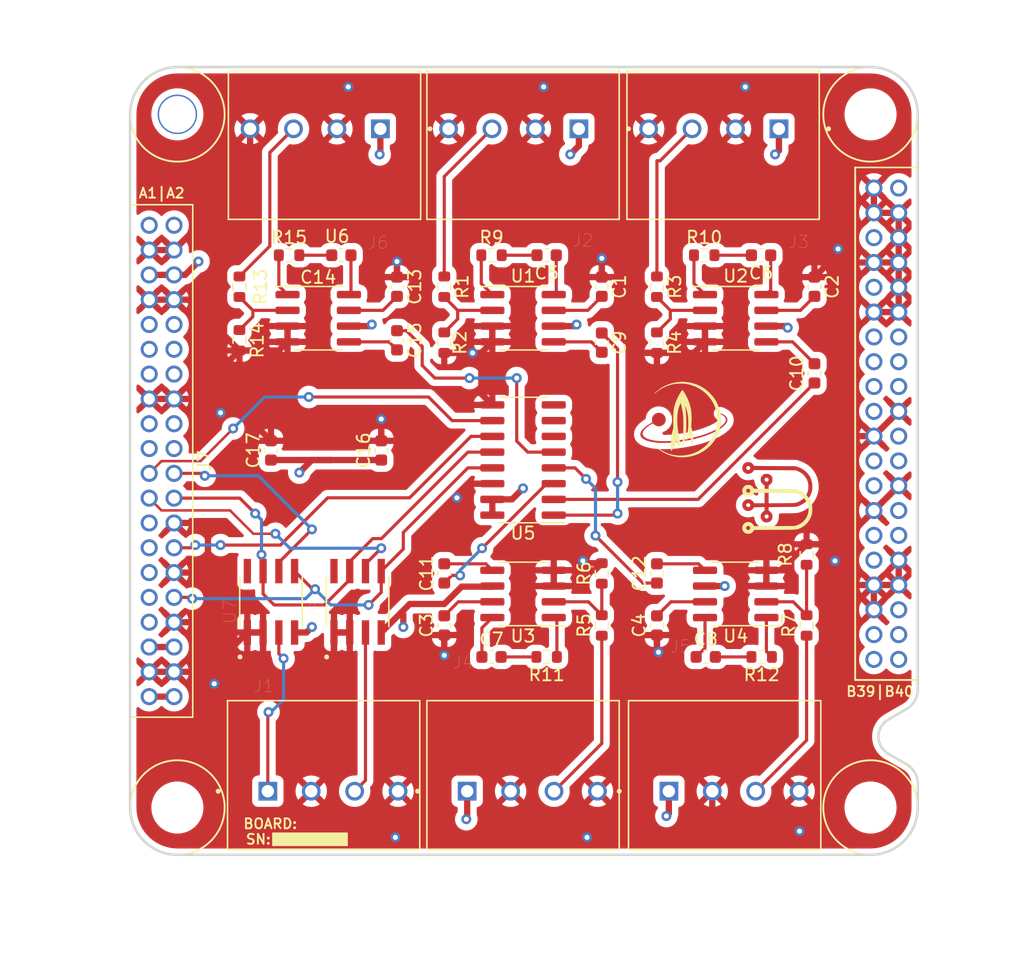
<source format=kicad_pcb>
(kicad_pcb (version 20211014) (generator pcbnew)
  (layers (0 "F.Cu" signal) (1 "In1.Cu" signal) (2 "In2.Cu" signal) (31 "B.Cu" signal) (34 "B.Paste" user) (35 "F.Paste" user) (36 "B.SilkS" user "B.Silkscreen") (37 "F.SilkS" user "F.Silkscreen") (38 "B.Mask" user) (39 "F.Mask" user) (44 "Edge.Cuts" user))
  (net 0 "")
  (net 1 "GND")
  (net 2 "/MAX6675ISA+/T+")
  (net 3 "+5V")
  (net 4 "SPI0_SCK")
  (net 5 "CS2")
  (net 6 "SPI0_MISO")
  (net 8 "/sheet6059AC1E/T+")
  (net 9 "CS3")
  (net 11 "aData0")
  (net 12 "aData1")
  (net 13 "aData2")
  (net 14 "aData3")
  (net 15 "aData4")
  (net 16 "/CAS_bus/SPI0_nSS5")
  (net 17 "+BATT")
  (net 18 "/CAS_bus/INT6")
  (net 19 "/CAS_bus/I2C1_SDA")
  (net 20 "+3V3")
  (net 21 "/CAS_bus/SPI0_nSS6")
  (net 22 "/CAS_bus/INT8")
  (net 23 "/CAS_bus/SPI0_nSS4")
  (net 24 "/CAS_bus/INT4")
  (net 25 "/CAS_bus/I2C0_SDA")
  (net 26 "/CAS_bus/SPI0_nSS8")
  (net 27 "/CAS_bus/SPI0_nSS7")
  (net 28 "CS1")
  (net 29 "SPI0_MOSI")
  (net 30 "/CAS_bus/INT1")
  (net 31 "/CAS_bus/I2C0_SCL")
  (net 32 "/CAS_bus/INT3")
  (net 33 "/CAS_bus/INT7")
  (net 34 "/CAS_bus/INT5")
  (net 35 "/CAS_bus/INT2")
  (net 36 "/CAS_bus/I2C1_SCL")
  (net 37 "/CAS_bus/SPIHS_nSS2")
  (net 38 "/CAS_bus/SPIHS_SCK")
  (net 40 "/CAS_bus/LVDS0N")
  (net 41 "/CAS_bus/LVDS2N")
  (net 43 "/CAS_bus/LVDS0P")
  (net 46 "/CAS_bus/SPIHS_nSS1")
  (net 48 "/CAS_bus/nRESET")
  (net 49 "/CAS_bus/LVDS2P")
  (net 50 "/CAS_bus/LVDS1N")
  (net 51 "/CAS_bus/LVDS3N")
  (net 52 "/CAS_bus/LVDSCLK1P")
  (net 53 "/CAS_bus/SPIHS_MISO")
  (net 54 "/CAS_bus/LVDS1P")
  (net 55 "/CAS_bus/LVDSCLK0N")
  (net 56 "/CAS_bus/LVDSCLK1N")
  (net 57 "/CAS_bus/SPIHS_MOSI")
  (net 58 "/CAS_bus/LVDSCLK0P")
  (net 59 "/CAS_bus/LVDS3P")
  (net 60 "Net-(R15-Pad1)")
  (net 61 "Net-(C14-Pad2)")
  (net 62 "Net-(R13-Pad2)")
  (net 63 "Net-(R3-Pad2)")
  (net 64 "Net-(R12-Pad1)")
  (net 65 "Net-(C8-Pad2)")
  (net 66 "Net-(R11-Pad1)")
  (net 67 "Net-(C7-Pad2)")
  (net 68 "Net-(R10-Pad1)")
  (net 69 "Net-(C6-Pad2)")
  (net 70 "Net-(R9-Pad1)")
  (net 71 "Net-(C5-Pad2)")
  (net 72 "Net-(R7-Pad2)")
  (net 73 "Net-(R5-Pad2)")
  (net 74 "Net-(R1-Pad2)")
  (net 75 "Net-(C10-Pad2)")
  (net 76 "Net-(C2-Pad2)")
  (net 77 "Net-(C6-Pad1)")
  (net 78 "Net-(C11-Pad2)")
  (net 79 "Net-(C3-Pad2)")
  (net 80 "Net-(C7-Pad1)")
  (net 81 "Net-(C12-Pad2)")
  (net 82 "Net-(C4-Pad2)")
  (net 83 "Net-(C8-Pad1)")
  (net 84 "Net-(C9-Pad2)")
  (net 85 "Net-(C1-Pad2)")
  (net 86 "Net-(C5-Pad1)")
  (net 87 "Net-(C15-Pad2)")
  (net 88 "Net-(C13-Pad2)")
  (net 89 "Net-(C14-Pad1)")
  (net 90 "Data0")
  (net 91 "Data1")
  (net 92 "Data2")
  (net 93 "Data3")
  (net 94 "Data4")
  (footprint "Resistor_SMD:R_0603_1608Metric" (layer "F.Cu") (at 157.48 54.61 -90)
    (fp_text reference "R13")
    (fp_text value "5k")
  )
  (footprint "Capacitor_SMD:C_0603_1608Metric" (layer "F.Cu") (at 199.53 52.07 180)
    (fp_text reference "C6")
    (fp_text value "10u")
  )
  (footprint "Capacitor_SMD:C_0603_1608Metric" (layer "F.Cu") (at 173.99 81.915 90)
    (fp_text reference "C3")
    (fp_text value "10u")
  )
  (footprint "Capacitor_SMD:C_0603_1608Metric" (layer "F.Cu") (at 182.245 52.07 180)
    (fp_text reference "C5")
    (fp_text value "10u")
  )
  (footprint "Resistor_SMD:R_0603_1608Metric" (layer "F.Cu") (at 186.69 77.724 90)
    (fp_text reference "R6")
    (fp_text value "5k")
  )
  (footprint "Capacitor_SMD:C_0603_1608Metric" (layer "F.Cu") (at 177.8 84.455)
    (fp_text reference "C7")
    (fp_text value "10u")
  )
  (footprint "Resistor_SMD:R_0603_1608Metric" (layer "F.Cu") (at 161.48 52.07)
    (fp_text reference "R15")
    (fp_text value "1.2k")
  )
  (footprint "Resistor_SMD:R_0603_1608Metric" (layer "F.Cu") (at 191.135 54.61 -90)
    (fp_text reference "R3")
    (fp_text value "5k")
  )
  (footprint "Resistor_SMD:R_0603_1608Metric" (layer "F.Cu") (at 191.135 59.119 -90)
    (fp_text reference "R4")
    (fp_text value "5k")
  )
  (footprint "Package_SO:SOIC-8_3.9x4.9mm_P1.27mm" (layer "F.Cu") (at 163.83 57.15)
    (fp_text reference "U6")
    (fp_text value "LM386")
  )
  (footprint "star-common-lib:SOIC127P600X175-8N" (layer "F.Cu") (at 167.005 80.01 90)
    (fp_text reference "U8")
    (fp_text value "MAX6675ISA+")
  )
  (footprint "Resistor_SMD:R_0603_1608Metric" (layer "F.Cu") (at 203.2 76.2 90)
    (fp_text reference "R8")
    (fp_text value "5k")
  )
  (footprint "Resistor_SMD:R_0603_1608Metric" (layer "F.Cu") (at 177.8 52.07)
    (fp_text reference "R9")
    (fp_text value "1.2k")
  )
  (footprint "Package_SO:SOIC-8_3.9x4.9mm_P1.27mm" (layer "F.Cu") (at 180.34 57.15)
    (fp_text reference "U1")
    (fp_text value "LM386")
  )
  (footprint "star-common-lib:PHOENIX_1984989" (layer "F.Cu") (at 164.338 43.18 180)
    (fp_text reference "J6")
    (fp_text value "1984989")
  )
  (footprint "Resistor_SMD:R_0603_1608Metric" (layer "F.Cu") (at 173.99 59.119 -90)
    (fp_text reference "R2")
    (fp_text value "5k")
  )
  (footprint "Capacitor_SMD:C_0603_1608Metric" (layer "F.Cu") (at 191.135 77.724 90)
    (fp_text reference "C12")
    (fp_text value "250u")
  )
  (footprint "star-common-lib:PHOENIX_1984989" (layer "F.Cu") (at 164.266 93.98)
    (fp_text reference "J1")
    (fp_text value "1984989")
  )
  (footprint "Capacitor_SMD:C_0603_1608Metric" (layer "F.Cu") (at 203.835 61.595 90)
    (fp_text reference "C10")
    (fp_text value "250u")
  )
  (footprint "Capacitor_SMD:C_0603_1608Metric" (layer "F.Cu") (at 170.18 54.61 -90)
    (fp_text reference "C13")
    (fp_text value "10u")
  )
  (footprint "star-common-lib:PHOENIX_1984989" (layer "F.Cu") (at 180.34 43.18 180)
    (fp_text reference "J2")
    (fp_text value "1984989")
  )
  (footprint "Capacitor_SMD:C_0603_1608Metric" (layer "F.Cu") (at 170.18 58.928 -90)
    (fp_text reference "C15")
    (fp_text value "250u")
  )
  (footprint "Resistor_SMD:R_0603_1608Metric" (layer "F.Cu") (at 157.48 58.928 -90)
    (fp_text reference "R14")
    (fp_text value "5k")
  )
  (footprint "star-common-lib:PHOENIX_1984989" (layer "F.Cu") (at 196.469 43.18 180)
    (fp_text reference "J3")
    (fp_text value "1984989")
  )
  (footprint "Package_SO:SOIC-8_3.9x4.9mm_P1.27mm" (layer "F.Cu") (at 197.485 79.375 180)
    (fp_text reference "U4")
    (fp_text value "LM386")
  )
  (footprint "Capacitor_SMD:C_0603_1608Metric" (layer "F.Cu") (at 168.91 67.805 90)
    (fp_text reference "C16")
    (fp_text value "0.1u")
  )
  (footprint "star-common-lib:SOIC127P600X175-8N" (layer "F.Cu") (at 160.02 80.01 90)
    (fp_text reference "U7")
    (fp_text value "MAX6675ISA+")
  )
  (footprint "Capacitor_SMD:C_0603_1608Metric" (layer "F.Cu") (at 186.69 54.61 -90)
    (fp_text reference "C1")
    (fp_text value "10u")
  )
  (footprint "Capacitor_SMD:C_0603_1608Metric" (layer "F.Cu") (at 195.072 84.455)
    (fp_text reference "C8")
    (fp_text value "10u")
  )
  (footprint "star-common-lib:CAS_physical" (layer "F.Cu") (at 148.665 36.905)
    (fp_text reference "J7")
    (fp_text value "CAS_stacking")
    (fp_line (start 0 59.69) (end 0 3.81) (layer "Edge.Cuts") (width 0.2))
    (fp_line (start 3.81 0) (end 59.69 0) (layer "Edge.Cuts") (width 0.2))
    (fp_line (start 63.5 3.81) (end 63.5 50.165) (layer "Edge.Cuts") (width 0.2))
    (fp_line (start 63.5 57.785) (end 63.5 59.69) (layer "Edge.Cuts") (width 0.2))
    (fp_line (start 59.69 63.5) (end 3.81 63.5) (layer "Edge.Cuts") (width 0.2))
    (fp_line (start 61.11875 55.349816) (end 62.581693 56.194446) (layer "Edge.Cuts") (width 0.2))
    (fp_line (start 61.118751 52.600185) (end 62.581694 51.755555) (layer "Edge.Cuts") (width 0.2))
    (fp_arc (start 0 3.81) (mid 1.115923 1.115923) (end 3.81 0) (layer "Edge.Cuts") (width 0.2))
    (fp_arc (start 63.5 50.165) (mid 63.25394 51.083307) (end 62.581693 51.755554) (layer "Edge.Cuts") (width 0.2))
    (fp_arc (start 59.69 0) (mid 62.384077 1.115923) (end 63.5 3.81) (layer "Edge.Cuts") (width 0.2))
    (fp_arc (start 61.11875 55.349814) (mid 60.325001 53.974999) (end 61.118751 52.600185) (layer "Edge.Cuts") (width 0.2))
    (fp_arc (start 63.5 59.69) (mid 62.384077 62.384077) (end 59.69 63.5) (layer "Edge.Cuts") (width 0.2))
    (fp_arc (start 62.581694 56.194446) (mid 63.253941 56.866693) (end 63.5 57.785) (layer "Edge.Cuts") (width 0.2))
    (fp_arc (start 3.81 63.5) (mid 1.115923 62.384077) (end 0 59.69) (layer "Edge.Cuts") (width 0.2))
  )
  (footprint "Package_SO:SOIC-16_3.9x9.9mm_P1.27mm" (layer "F.Cu") (at 180.34 68.58 180)
    (fp_text reference "U5")
    (fp_text value "MCP3008")
  )
  (footprint "Resistor_SMD:R_0603_1608Metric" (layer "F.Cu") (at 194.945 52.07)
    (fp_text reference "R10")
    (fp_text value "1.2k")
  )
  (footprint "star-common-lib:star_fancy" (layer "F.Cu") (at 193.294 65.278)
    (fp_text reference "Ref**" hide)
    (fp_text value "Val**" hide)
  )
  (footprint "Capacitor_SMD:C_0603_1608Metric" (layer "F.Cu") (at 203.835 54.61 -90)
    (fp_text reference "C2")
    (fp_text value "10u")
  )
  (footprint "Capacitor_SMD:C_0603_1608Metric" (layer "F.Cu") (at 165.69326 52.07 180)
    (fp_text reference "C14")
    (fp_text value "10u")
  )
  (footprint "Capacitor_SMD:C_0603_1608Metric" (layer "F.Cu") (at 186.69 59.119 -90)
    (fp_text reference "C9")
    (fp_text value "250u")
  )
  (footprint "Capacitor_SMD:C_0603_1608Metric" (layer "F.Cu") (at 160.02 67.805 90)
    (fp_text reference "C17")
    (fp_text value "0.1u")
  )
  (footprint "Package_SO:SOIC-8_3.9x4.9mm_P1.27mm" (layer "F.Cu") (at 197.485 57.15)
    (fp_text reference "U2")
    (fp_text value "LM386")
  )
  (footprint "Resistor_SMD:R_0603_1608Metric" (layer "F.Cu") (at 199.58 84.455 180)
    (fp_text reference "R12")
    (fp_text value "1.2k")
  )
  (footprint "Resistor_SMD:R_0603_1608Metric" (layer "F.Cu") (at 203.2 81.915 90)
    (fp_text reference "R7")
    (fp_text value "5k")
  )
  (footprint "Capacitor_SMD:C_0603_1608Metric" (layer "F.Cu") (at 173.99 77.724 90)
    (fp_text reference "C11")
    (fp_text value "250u")
  )
  (footprint "Package_SO:SOIC-8_3.9x4.9mm_P1.27mm" (layer "F.Cu") (at 180.34 79.375 180)
    (fp_text reference "U3")
    (fp_text value "LM386")
  )
  (footprint "star-common-lib:PHOENIX_1984989" (layer "F.Cu") (at 180.34 93.98)
    (fp_text reference "J4")
    (fp_text value "1984989")
  )
  (footprint "star-common-lib:PHOENIX_1984989" (layer "F.Cu") (at 196.596 93.98)
    (fp_text reference "J5")
    (fp_text value "1984989")
  )
  (footprint "Capacitor_SMD:C_0603_1608Metric" (layer "F.Cu") (at 191.135 81.915 90)
    (fp_text reference "C4")
    (fp_text value "10u")
  )
  (footprint "Resistor_SMD:R_0603_1608Metric" (layer "F.Cu") (at 173.99 54.61 -90)
    (fp_text reference "R1")
    (fp_text value "5k")
  )
  (footprint "star-common-lib:bac" (layer "F.Cu") (at 200.914 71.628)
    (fp_text reference "Ref**" hide)
    (fp_text value "Val**" hide)
  )
  (footprint "Resistor_SMD:R_0603_1608Metric" (layer "F.Cu") (at 182.245 84.455 180)
    (fp_text reference "R11")
    (fp_text value "1.2k")
  )
  (footprint "Resistor_SMD:R_0603_1608Metric" (layer "F.Cu") (at 186.69 81.915 90)
    (fp_text reference "R5")
    (fp_text value "5k")
  )
  (segment (start 210.625 52.6551) (end 208.625 52.6551) (width 0.508) (layer "F.Cu") (net 1))
  (segment (start 196.631 97.75) (end 200.126 97.75) (width 0.508) (layer "F.Cu") (net 1))
  (segment (start 203.2 75.375) (end 205.905 75.375) (width 0.508) (layer "F.Cu") (net 1))
  (segment (start 201.881 97.75) (end 202.631 98.5) (width 0.508) (layer "F.Cu") (net 1))
  (segment (start 206.5791 52.4011) (end 205.74 51.562) (width 0.508) (layer "F.Cu") (net 1))
  (segment (start 174.34 41.88) (end 176.47 39.75) (width 0.508) (layer "F.Cu") (net 1))
  (segment (start 200.126 97.75) (end 201.881 97.75) (width 0.508) (layer "F.Cu") (net 1))
  (segment (start 176.976 60.768) (end 176.976 63.246) (width 0.508) (layer "F.Cu") (net 1))
  (segment (start 152.205 63.655) (end 153.578 63.655) (width 0.508) (layer "F.Cu") (net 1))
  (segment (start 176.149 70.485) (end 175.006 71.628) (width 0.508) (layer "F.Cu") (net 1))
  (segment (start 170.18 53.835) (end 170.18 52.578) (width 0.508) (layer "F.Cu") (net 1))
  (segment (start 154.559 81.407) (end 154.3111 81.6549) (width 0.508) (layer "F.Cu") (net 1))
  (segment (start 205.486 76.708) (end 205.486 77.978) (width 0.508) (layer "F.Cu") (net 1))
  (segment (start 155.86 82.708) (end 155.86 84.74) (width 0.508) (layer "F.Cu") (net 1))
  (segment (start 177.865 57.785) (end 177.865 59.055) (width 0.508) (layer "F.Cu") (net 1))
  (segment (start 210.625 56.655) (end 208.625 56.655) (width 0.508) (layer "F.Cu") (net 1))
  (segment (start 208.625 72.655) (end 207.485689 73.794311) (width 0.508) (layer "F.Cu") (net 1))
  (segment (start 168.91 67.03) (end 168.91 65.278) (width 0.508) (layer "F.Cu") (net 1))
  (segment (start 205.486 77.978) (end 206.163 78.655) (width 0.508) (layer "F.Cu") (net 1))
  (segment (start 163.266 95.28) (end 165.986 98) (width 0.508) (layer "F.Cu") (net 1))
  (segment (start 210.625 48.6551) (end 208.625 48.6551) (width 0.508) (layer "F.Cu") (net 1))
  (segment (start 205.905 75.375) (end 206.553 74.727) (width 0.508) (layer "F.Cu") (net 1))
  (segment (start 183.37 98.25) (end 184.31 97.31) (width 0.508) (layer "F.Cu") (net 1))
  (segment (start 157.48 59.753) (end 160.657 59.753) (width 0.508) (layer "F.Cu") (net 1))
  (segment (start 158.338 41.88) (end 158.338 45.522) (width 0.508) (layer "F.Cu") (net 1))
  (segment (start 204.724 69.342) (end 204.724 72.898) (width 0.508) (layer "F.Cu") (net 1))
  (segment (start 200.126 97.75) (end 202.596 95.28) (width 0.508) (layer "F.Cu") (net 1))
  (segment (start 192.599 39.75) (end 195.339 39.75) (width 0.508) (layer "F.Cu") (net 1))
  (segment (start 182.31 98.25) (end 183.37 98.25) (width 0.508) (layer "F.Cu") (net 1))
  (segment (start 182.815 77.47) (end 182.815 78.74) (width 0.508) (layer "F.Cu") (net 1))
  (segment (start 150.205 85.6549) (end 152.205 85.6549) (width 0.508) (layer "F.Cu") (net 1))
  (segment (start 164.873 39.75) (end 166.123 38.5) (width 0.508) (layer "F.Cu") (net 1))
  (segment (start 160.468 39.75) (end 163.208 39.75) (width 0.508) (layer "F.Cu") (net 1))
  (segment (start 205.905 75.375) (end 205.905 76.289) (width 0.508) (layer "F.Cu") (net 1))
  (segment (start 160.657 59.753) (end 161.355 59.055) (width 0.508) (layer "F.Cu") (net 1))
  (segment (start 152.205 85.6549) (end 154.9451 85.6549) (width 0.508) (layer "F.Cu") (net 1))
  (segment (start 159.385 85.471) (end 159.766 85.852) (width 0.508) (layer "F.Cu") (net 1))
  (segment (start 186.69 53.835) (end 186.69 52.324) (width 0.508) (layer "F.Cu") (net 1))
  (segment (start 156.645 63.655) (end 156.645 64.081) (width 0.508) (layer "F.Cu") (net 1))
  (segment (start 164.846 85.852) (end 165.1 85.598) (width 0.508) (layer "F.Cu") (net 1))
  (segment (start 208.625 46.6551) (end 208.625 48.6551) (width 0.508) (layer "F.Cu") (net 1))
  (segment (start 177.865 70.485) (end 176.149 70.485) (width 0.508) (layer "F.Cu") (net 1))
  (segment (start 153.382 55.655) (end 157.48 59.753) (width 0.508) (layer "F.Cu") (net 1))
  (segment (start 206.5791 52.6551) (end 206.5791 52.4011) (width 0.508) (layer "F.Cu") (net 1))
  (segment (start 163.208 39.75) (end 164.873 39.75) (width 0.508) (layer "F.Cu") (net 1))
  (segment (start 150.205 55.655) (end 152.205 55.655) (width 0.508) (layer "F.Cu") (net 1))
  (segment (start 195.339 39.75) (end 197.469 41.88) (width 0.508) (layer "F.Cu") (net 1))
  (segment (start 206.163 78.655) (end 208.625 78.655) (width 0.508) (layer "F.Cu") (net 1))
  (segment (start 206.553 74.727) (end 207.485689 73.794311) (width 0.508) (layer "F.Cu") (net 1))
  (segment (start 153.919 73.655) (end 154.94 74.676) (width 0.508) (layer "F.Cu") (net 1))
  (segment (start 191.135 59.944) (end 194.121 59.944) (width 0.508) (layer "F.Cu") (net 1))
  (segment (start 154.94 81.026) (end 154.559 81.407) (width 0.508) (layer "F.Cu") (net 1))
  (segment (start 150.205 63.655) (end 152.205 63.655) (width 0.508) (layer "F.Cu") (net 1))
  (segment (start 210.625 76.655) (end 210.625 78.655) (width 0.508) (layer "F.Cu") (net 1))
  (segment (start 185.5 98.5) (end 185.5 99) (width 0.508) (layer "F.Cu") (net 1))
  (segment (start 158.338 41.88) (end 160.468 39.75) (width 0.508) (layer "F.Cu") (net 1))
  (segment (start 165.1 82.485) (end 166.37 82.485) (width 0.508) (layer "F.Cu") (net 1))
  (segment (start 154.94 74.676) (end 154.94 78.232) (width 0.508) (layer "F.Cu") (net 1))
  (segment (start 179.21 39.75) (end 181.34 41.88) (width 0.508) (layer "F.Cu") (net 1))
  (segment (start 179.21 39.75) (end 180.75 39.75) (width 0.508) (layer "F.Cu") (net 1))
  (segment (start 210.625 70.655) (end 208.625 72.655) (width 0.508) (layer "F.Cu") (net 1))
  (segment (start 154.9451 86.1111) (end 155.448 86.614) (width 0.508) (layer "F.Cu") (net 1))
  (segment (start 195.339 39.75) (end 197.004 39.75) (width 0.508) (layer "F.Cu") (net 1))
  (segment (start 207.411 66.655) (end 204.724 69.342) (width 0.508) (layer "F.Cu") (net 1))
  (segment (start 208.625 78.655) (end 210.625 78.655) (width 0.508) (layer "F.Cu") (net 1))
  (segment (start 154.8069 81.6549) (end 154.3111 81.6549) (width 0.508) (layer "F.Cu") (net 1))
  (segment (start 167.546 98) (end 170.266 95.28) (width 0.508) (layer "F.Cu") (net 1))
  (segment (start 186.119 77.47) (end 186.69 76.899) (width 0.508) (layer "F.Cu") (net 1))
  (segment (start 179.34 95.28) (end 182.31 98.25) (width 0.508) (layer "F.Cu") (net 1))
  (segment (start 206.5791 52.6551) (end 205.0149 52.6551) (width 0.508) (layer "F.Cu") (net 1))
  (segment (start 208.625 80.655) (end 208.625 78.655) (width 0.508) (layer "F.Cu") (net 1))
  (segment (start 153.578 63.655) (end 157.48 59.753) (width 0.508) (layer "F.Cu") (net 1))
  (segment (start 195.596 96.715) (end 196.631 97.75) (width 0.508) (layer "F.Cu") (net 1))
  (segment (start 184.912 77.47) (end 185.166 77.216) (width 0.508) (layer "F.Cu") (net 1))
  (segment (start 176.47 39.75) (end 179.21 39.75) (width 0.508) (layer "F.Cu") (net 1))
  (segment (start 152.205 55.655) (end 153.382 55.655) (width 0.508) (layer "F.Cu") (net 1))
  (segment (start 155.86 84.74) (end 158.115 82.485) (width 0.508) (layer "F.Cu") (net 1))
  (segment (start 159.766 85.852) (end 164.846 85.852) (width 0.508) (layer "F.Cu") (net 1))
  (segment (start 154.9451 85.6549) (end 154.9451 86.1111) (width 0.508) (layer "F.Cu") (net 1))
  (segment (start 155.86 82.708) (end 154.8069 81.6549) (width 0.508) (layer "F.Cu") (net 1))
  (segment (start 197.004 39.75) (end 198.254 38.5) (width 0.508) (layer "F.Cu") (net 1))
  (segment (start 154.3111 81.6549) (end 152.205 81.6549) (width 0.508) (layer "F.Cu") (net 1))
  (segment (start 194.121 59.944) (end 195.01 59.055) (width 0.508) (layer "F.Cu") (net 1))
  (segment (start 208.625 66.655) (end 210.625 64.655) (width 0.508) (layer "F.Cu") (net 1))
  (segment (start 152.205 73.655) (end 153.919 73.655) (width 0.508) (layer "F.Cu") (net 1))
  (segment (start 195.01 57.785) (end 195.01 59.055) (width 0.508) (layer "F.Cu") (net 1))
  (segment (start 176.976 59.944) (end 177.865 59.055) (width 0.508) (layer "F.Cu") (net 1))
  (segment (start 204.724 72.898) (end 206.553 74.727) (width 0.508) (layer "F.Cu") (net 1))
  (segment (start 188.976 59.182) (end 189.738 59.944) (width 0.508) (layer "F.Cu") (net 1))
  (segment (start 159.385 82.485) (end 159.385 85.471) (width 0.508) (layer "F.Cu") (net 1))
  (segment (start 150.205 51.655) (end 152.205 51.655) (width 0.508) (layer "F.Cu") (net 1))
  (segment (start 210.625 52.6551) (end 210.625 54.655) (width 0.508) (layer "F.Cu") (net 1))
  (segment (start 210.625 50.6551) (end 210.625 52.6551) (width 0.508) (layer "F.Cu") (net 1))
  (segment (start 184.31 97.31) (end 185.5 98.5) (width 0.508) (layer "F.Cu") (net 1))
  (segment (start 163.208 39.75) (end 165.338 41.88) (width 0.508) (layer "F.Cu") (net 1))
  (segment (start 176.976 59.944) (end 176.976 60.768) (width 0.508) (layer "F.Cu") (net 1))
  (segment (start 158.115 82.485) (end 159.385 82.485) (width 0.508) (layer "F.Cu") (net 1))
  (segment (start 208.625 52.6551) (end 206.5791 52.6551) (width 0.508) (layer "F.Cu") (net 1))
  (segment (start 208.625 66.655) (end 207.411 66.655) (width 0.508) (layer "F.Cu") (net 1))
  (segment (start 185.166 77.216) (end 185.166 76.708) (width 0.508) (layer "F.Cu") (net 1))
  (segment (start 191.135 82.69) (end 191.135 83.947) (width 0.508) (layer "F.Cu") (net 1))
  (segment (start 184.912 77.47) (end 186.119 77.47) (width 0.508) (layer "F.Cu") (net 1))
  (segment (start 191.135 83.947) (end 191.262 84.074) (width 0.508) (layer "F.Cu") (net 1))
  (segment (start 152.205 77.655) (end 154.363 77.655) (width 0.508) (layer "F.Cu") (net 1))
  (segment (start 186.69 53.835) (end 187.693 53.835) (width 0.508) (layer "F.Cu") (net 1))
  (segment (start 195.596 95.28) (end 195.596 96.715) (width 0.508) (layer "F.Cu") (net 1))
  (segment (start 167.546 98) (end 169.051 98) (width 0.508) (layer "F.Cu") (net 1))
  (segment (start 173.99 59.944) (end 176.976 59.944) (width 0.508) (layer "F.Cu") (net 1))
  (segment (start 165.986 98) (end 167.546 98) (width 0.508) (layer "F.Cu") (net 1))
  (segment (start 210.625 54.655) (end 210.625 56.655) (width 0.508) (layer "F.Cu") (net 1))
  (segment (start 156.645 64.081) (end 155.956 64.77) (width 0.508) (layer "F.Cu") (net 1))
  (segment (start 156.645 63.655) (end 160.02 67.03) (width 0.508) (layer "F.Cu") (net 1))
  (segment (start 199.96 78.74) (end 199.96 77.47) (width 0.508) (layer "F.Cu") (net 1))
  (segment (start 187.693 53.835) (end 188.976 55.118) (width 0.508) (layer "F.Cu") (net 1))
  (segment (start 154.9451 85.6549) (end 155.86 84.74) (width 0.508) (layer "F.Cu") (net 1))
  (segment (start 182.815 77.47) (end 184.912 77.47) (width 0.508) (layer "F.Cu") (net 1))
  (segment (start 205.0149 52.6551) (end 203.835 53.835) (width 0.508) (layer "F.Cu") (net 1))
  (segment (start 188.976 55.118) (end 188.976 59.182) (width 0.508) (layer "F.Cu") (net 1))
  (segment (start 201.105 77.47) (end 203.2 75.375) (width 0.508) (layer "F.Cu") (net 1))
  (segment (start 158.338 45.522) (end 152.205 51.655) (width 0.508) (layer "F.Cu") (net 1))
  (segment (start 199.96 77.47) (end 201.105 77.47) (width 0.508) (layer "F.Cu") (net 1))
  (segment (start 154.363 77.655) (end 154.94 78.232) (width 0.508) (layer "F.Cu") (net 1))
  (segment (start 153.578 63.655) (end 156.645 63.655) (width 0.508) (layer "F.Cu") (net 1))
  (segment (start 205.905 76.289) (end 205.486 76.708) (width 0.508) (layer "F.Cu") (net 1))
  (segment (start 165.1 85.598) (end 165.1 82.485) (width 0.508) (layer "F.Cu") (net 1))
  (segment (start 173.99 82.69) (end 173.99 84.328) (width 0.508) (layer "F.Cu") (net 1))
  (segment (start 169.051 98) (end 170.051 99) (width 0.508) (layer "F.Cu") (net 1))
  (segment (start 190.469 41.88) (end 192.599 39.75) (width 0.508) (layer "F.Cu") (net 1))
  (segment (start 210.625 48.6551) (end 210.625 50.6551) (width 0.508) (layer "F.Cu") (net 1))
  (segment (start 154.94 78.232) (end 154.94 81.026) (width 0.508) (layer "F.Cu") (net 1))
  (segment (start 161.355 57.785) (end 161.355 59.055) (width 0.508) (layer "F.Cu") (net 1))
  (segment (start 184.31 97.31) (end 186.34 95.28) (width 0.508) (layer "F.Cu") (net 1))
  (segment (start 180.75 39.75) (end 182 38.5) (width 0.508) (layer "F.Cu") (net 1))
  (segment (start 189.738 59.944) (end 191.135 59.944) (width 0.508) (layer "F.Cu") (net 1))
  (segment (start 176.976 63.246) (end 177.865 64.135) (width 0.508) (layer "F.Cu") (net 1))
  (via (at 168.91 65.278) (size 0.8) (drill 0.4) (layers "F.Cu" "B.Cu") (net 1))
  (via (at 166.25 38.5) (size 0.8) (drill 0.4) (layers "F.Cu" "B.Cu") (net 1))
  (via (at 185.166 76.708) (size 0.8) (drill 0.4) (layers "F.Cu" "B.Cu") (net 1))
  (via (at 182 38.5) (size 0.8) (drill 0.4) (layers "F.Cu" "B.Cu") (net 1))
  (via (at 185.5 99) (size 0.8) (drill 0.4) (layers "F.Cu" "B.Cu") (net 1))
  (via (at 198.254 38.5) (size 0.8) (drill 0.4) (layers "F.Cu" "B.Cu") (net 1))
  (via (at 155.448 86.614) (size 0.8) (drill 0.4) (layers "F.Cu" "B.Cu") (net 1))
  (via (at 176.276 59.944) (size 0.8) (drill 0.4) (layers "F.Cu" "B.Cu") (net 1))
  (via (at 202.631 98.5) (size 0.8) (drill 0.4) (layers "F.Cu" "B.Cu") (net 1))
  (via (at 191.262 84.074) (size 0.8) (drill 0.4) (layers "F.Cu" "B.Cu") (net 1))
  (via (at 173.99 84.328) (size 0.8) (drill 0.4) (layers "F.Cu" "B.Cu") (net 1))
  (via (at 170.18 52.578) (size 0.8) (drill 0.4) (layers "F.Cu" "B.Cu") (net 1))
  (via (at 170.051 99) (size 0.8) (drill 0.4) (layers "F.Cu" "B.Cu") (net 1))
  (via (at 205.486 76.708) (size 0.8) (drill 0.4) (layers "F.Cu" "B.Cu") (net 1))
  (via (at 186.69 52.324) (size 0.8) (drill 0.4) (layers "F.Cu" "B.Cu") (net 1))
  (via (at 175.006 71.628) (size 0.8) (drill 0.4) (layers "F.Cu" "B.Cu") (net 1))
  (via (at 205.74 51.562) (size 0.8) (drill 0.4) (layers "F.Cu" "B.Cu") (net 1))
  (via (at 155.956 64.77) (size 0.8) (drill 0.4) (layers "F.Cu" "B.Cu") (net 1))
  (segment (start 160.655 82.485) (end 160.655 84.201) (width 0.254) (layer "F.Cu") (net 2))
  (segment (start 160.655 84.201) (end 161.036 84.582) (width 0.254) (layer "F.Cu") (net 2))
  (segment (start 159.821 88.9) (end 159.766 88.955) (width 0.254) (layer "F.Cu") (net 2))
  (segment (start 159.766 88.955) (end 159.766 95.28) (width 0.254) (layer "F.Cu") (net 2))
  (via (at 161.036 84.582) (size 0.8) (drill 0.4) (layers "F.Cu" "B.Cu") (net 2))
  (via (at 159.821 88.9) (size 0.8) (drill 0.4) (layers "F.Cu" "B.Cu") (net 2))
  (segment (start 160.02 88.9) (end 159.821 88.9) (width 0.254) (layer "B.Cu") (net 2))
  (segment (start 161.036 84.582) (end 161.036 87.884) (width 0.254) (layer "B.Cu") (net 2))
  (segment (start 161.036 87.884) (end 160.02 88.9) (width 0.254) (layer "B.Cu") (net 2))
  (segment (start 195.01 78.74) (end 196.596 78.74) (width 0.508) (layer "F.Cu") (net 3))
  (segment (start 163.322 68.58) (end 162.306 69.596) (width 0.508) (layer "F.Cu") (net 3))
  (segment (start 170.688 81.026) (end 170.688 82.042) (width 0.508) (layer "F.Cu") (net 3))
  (segment (start 150.205 53.655) (end 152.205 53.655) (width 0.508) (layer "F.Cu") (net 3))
  (segment (start 199.96 57.785) (end 201.549 57.785) (width 0.508) (layer "F.Cu") (net 3))
  (segment (start 175.386469 78.790011) (end 173.99 80.18648) (width 0.508) (layer "F.Cu") (net 3))
  (segment (start 173.99 80.18648) (end 171.20852 80.18648) (width 0.508) (layer "F.Cu") (net 3))
  (segment (start 184.531 57.785) (end 184.658 57.658) (width 0.508) (layer "F.Cu") (net 3))
  (segment (start 200.969 41.88) (end 200.969 43.633) (width 0.508) (layer "F.Cu") (net 3))
  (segment (start 152.205 53.655) (end 153.101 53.655) (width 0.508) (layer "F.Cu") (net 3))
  (segment (start 200.969 43.633) (end 200.66 43.942) (width 0.508) (layer "F.Cu") (net 3))
  (segment (start 192.096 95.28) (end 192.096 97.083) (width 0.508) (layer "F.Cu") (net 3))
  (segment (start 177.865 71.755) (end 179.451 71.755) (width 0.508) (layer "F.Cu") (net 3))
  (segment (start 160.02 68.58) (end 164.846 68.58) (width 0.508) (layer "F.Cu") (net 3))
  (segment (start 168.838 41.88) (end 168.838 43.887) (width 0.508) (layer "F.Cu") (net 3))
  (segment (start 184.84 41.88) (end 184.84 43.252) (width 0.508) (layer "F.Cu") (net 3))
  (segment (start 164.846 68.58) (end 163.322 68.58) (width 0.508) (layer "F.Cu") (net 3))
  (segment (start 182.815 57.785) (end 184.531 57.785) (width 0.508) (layer "F.Cu") (net 3))
  (segment (start 171.20852 80.18648) (end 170.5285 80.8665) (width 0.508) (layer "F.Cu") (net 3))
  (segment (start 177.814989 78.790011) (end 175.386469 78.790011) (width 0.508) (layer "F.Cu") (net 3))
  (segment (start 175.84 97.464) (end 175.768 97.536) (width 0.508) (layer "F.Cu") (net 3))
  (segment (start 168.021 57.785) (end 168.148 57.658) (width 0.508) (layer "F.Cu") (net 3))
  (segment (start 177.865 78.74) (end 177.814989 78.790011) (width 0.508) (layer "F.Cu") (net 3))
  (segment (start 179.451 71.755) (end 180.34 70.866) (width 0.508) (layer "F.Cu") (net 3))
  (segment (start 201.549 57.785) (end 201.676 57.912) (width 0.508) (layer "F.Cu") (net 3))
  (segment (start 175.84 95.28) (end 175.84 97.464) (width 0.508) (layer "F.Cu") (net 3))
  (segment (start 168.838 43.887) (end 168.783 43.942) (width 0.508) (layer "F.Cu") (net 3))
  (segment (start 177.865 73.025) (end 177.865 71.755) (width 0.508) (layer "F.Cu") (net 3))
  (segment (start 184.84 43.252) (end 184.15 43.942) (width 0.508) (layer "F.Cu") (net 3))
  (segment (start 164.846 68.58) (end 168.91 68.58) (width 0.508) (layer "F.Cu") (net 3))
  (segment (start 153.101 53.655) (end 154.178 52.578) (width 0.508) (layer "F.Cu") (net 3))
  (segment (start 162.879 82.485) (end 163.322 82.042) (width 0.508) (layer "F.Cu") (net 3))
  (segment (start 161.925 82.485) (end 162.879 82.485) (width 0.508) (layer "F.Cu") (net 3))
  (segment (start 170.5285 80.8665) (end 170.688 81.026) (width 0.508) (layer "F.Cu") (net 3))
  (segment (start 192.096 97.083) (end 191.897 97.282) (width 0.508) (layer "F.Cu") (net 3))
  (segment (start 170.5285 80.8665) (end 168.91 82.485) (width 0.508) (layer "F.Cu") (net 3))
  (segment (start 166.305 57.785) (end 168.021 57.785) (width 0.508) (layer "F.Cu") (net 3))
  (via (at 201.676 57.912) (size 0.8) (drill 0.4) (layers "F.Cu" "B.Cu") (net 3))
  (via (at 154.178 52.578) (size 0.8) (drill 0.4) (layers "F.Cu" "B.Cu") (net 3))
  (via (at 162.306 69.596) (size 0.8) (drill 0.4) (layers "F.Cu" "B.Cu") (net 3))
  (via (at 196.596 78.74) (size 0.8) (drill 0.4) (layers "F.Cu" "B.Cu") (net 3))
  (via (at 191.897 97.282) (size 0.8) (drill 0.4) (layers "F.Cu" "B.Cu") (net 3))
  (via (at 184.658 57.658) (size 0.8) (drill 0.4) (layers "F.Cu" "B.Cu") (net 3))
  (via (at 180.34 70.866) (size 0.8) (drill 0.4) (layers "F.Cu" "B.Cu") (net 3))
  (via (at 163.322 82.042) (size 0.8) (drill 0.4) (layers "F.Cu" "B.Cu") (net 3))
  (via (at 168.783 43.942) (size 0.8) (drill 0.4) (layers "F.Cu" "B.Cu") (net 3))
  (via (at 170.688 82.042) (size 0.8) (drill 0.4) (layers "F.Cu" "B.Cu") (net 3))
  (via (at 168.148 57.658) (size 0.8) (drill 0.4) (layers "F.Cu" "B.Cu") (net 3))
  (via (at 175.768 97.536) (size 0.8) (drill 0.4) (layers "F.Cu" "B.Cu") (net 3))
  (via (at 184.15 43.942) (size 0.8) (drill 0.4) (layers "F.Cu" "B.Cu") (net 3))
  (via (at 200.66 43.942) (size 0.8) (drill 0.4) (layers "F.Cu" "B.Cu") (net 3))
  (segment (start 163.384 78.994) (end 161.925 77.535) (width 0.254) (layer "F.Cu") (net 4))
  (segment (start 175.895 69.215) (end 170.688 74.422) (width 0.254) (layer "F.Cu") (net 4))
  (segment (start 152.205 79.655) (end 153.569 79.655) (width 0.254) (layer "F.Cu") (net 4))
  (segment (start 168.91 77.535) (end 168.91 79.248) (width 0.254) (layer "F.Cu") (net 4))
  (segment (start 170.688 75.757) (end 168.91 77.535) (width 0.254) (layer "F.Cu") (net 4))
  (segment (start 163.576 78.994) (end 163.384 78.994) (width 0.254) (layer "F.Cu") (net 4))
  (segment (start 168.91 79.248) (end 167.894 80.264) (width 0.254) (layer "F.Cu") (net 4))
  (segment (start 153.569 79.655) (end 153.67 79.756) (width 0.254) (layer "F.Cu") (net 4))
  (segment (start 170.688 74.422) (end 170.688 75.757) (width 0.254) (layer "F.Cu") (net 4))
  (segment (start 177.865 69.215) (end 175.895 69.215) (width 0.254) (layer "F.Cu") (net 4))
  (via (at 153.67 79.756) (size 0.8) (drill 0.4) (layers "F.Cu" "B.Cu") (net 4))
  (via (at 167.894 80.264) (size 0.8) (drill 0.4) (layers "F.Cu" "B.Cu") (net 4))
  (via (at 163.576 78.994) (size 0.8) (drill 0.4) (layers "F.Cu" "B.Cu") (net 4))
  (segment (start 167.894 80.264) (end 164.846 80.264) (width 0.254) (layer "B.Cu") (net 4))
  (segment (start 162.814 79.756) (end 163.576 78.994) (width 0.254) (layer "B.Cu") (net 4))
  (segment (start 153.67 79.756) (end 162.814 79.756) (width 0.254) (layer "B.Cu") (net 4))
  (segment (start 164.846 80.264) (end 163.576 78.994) (width 0.254) (layer "B.Cu") (net 4))
  (segment (start 160.655 77.535) (end 160.655 76.835) (width 0.254) (layer "F.Cu") (net 5))
  (segment (start 154.686 69.85) (end 154.491 69.655) (width 0.254) (layer "F.Cu") (net 5))
  (segment (start 154.491 69.655) (end 152.205 69.655) (width 0.254) (layer "F.Cu") (net 5))
  (segment (start 160.655 76.835) (end 163.322 74.168) (width 0.254) (layer "F.Cu") (net 5))
  (via (at 154.686 69.85) (size 0.8) (drill 0.4) (layers "F.Cu" "B.Cu") (net 5))
  (via (at 163.322 74.168) (size 0.8) (drill 0.4) (layers "F.Cu" "B.Cu") (net 5))
  (segment (start 161.798 72.644) (end 159.004 69.85) (width 0.254) (layer "B.Cu") (net 5))
  (segment (start 159.004 69.85) (end 154.686 69.85) (width 0.254) (layer "B.Cu") (net 5))
  (segment (start 163.322 74.168) (end 161.798 72.644) (width 0.254) (layer "B.Cu") (net 5))
  (segment (start 159.385 76.3415) (end 159.258 76.2145) (width 0.254) (layer "F.Cu") (net 6))
  (segment (start 177.865 67.945) (end 175.895 67.945) (width 0.254) (layer "F.Cu") (net 6))
  (segment (start 159.385 77.535) (end 159.385 79.375) (width 0.254) (layer "F.Cu") (net 6))
  (segment (start 160.274 80.264) (end 164.331 80.264) (width 0.254) (layer "F.Cu") (net 6))
  (segment (start 168.226489 74.915489) (end 166.37 76.771978) (width 0.254) (layer "F.Cu") (net 6))
  (segment (start 164.331 80.264) (end 166.37 78.225) (width 0.254) (layer "F.Cu") (net 6))
  (segment (start 168.924511 74.915489) (end 168.226489 74.915489) (width 0.254) (layer "F.Cu") (net 6))
  (segment (start 166.37 76.771978) (end 166.37 77.535) (width 0.254) (layer "F.Cu") (net 6))
  (segment (start 158.75 72.898) (end 157.507 71.655) (width 0.254) (layer "F.Cu") (net 6))
  (segment (start 157.507 71.655) (end 152.205 71.655) (width 0.254) (layer "F.Cu") (net 6))
  (segment (start 159.385 77.535) (end 159.385 76.3415) (width 0.254) (layer "F.Cu") (net 6))
  (segment (start 159.385 79.375) (end 160.274 80.264) (width 0.254) (layer "F.Cu") (net 6))
  (segment (start 166.37 78.225) (end 166.37 77.535) (width 0.254) (layer "F.Cu") (net 6))
  (segment (start 175.895 67.945) (end 168.924511 74.915489) (width 0.254) (layer "F.Cu") (net 6))
  (via (at 158.75 72.898) (size 0.8) (drill 0.4) (layers "F.Cu" "B.Cu") (net 6))
  (via (at 159.258 76.2145) (size 0.8) (drill 0.4) (layers "F.Cu" "B.Cu") (net 6))
  (segment (start 159.258 76.2145) (end 159.258 73.914) (width 0.254) (layer "B.Cu") (net 6))
  (segment (start 159.258 73.406) (end 158.75 72.898) (width 0.254) (layer "B.Cu") (net 6))
  (segment (start 159.258 73.914) (end 159.258 73.406) (width 0.254) (layer "B.Cu") (net 6))
  (segment (start 167.64 82.485) (end 167.64 94.406) (width 0.254) (layer "F.Cu") (net 8))
  (segment (start 167.64 94.406) (end 166.766 95.28) (width 0.254) (layer "F.Cu") (net 8))
  (segment (start 151.191911 72.641911) (end 156.715911 72.641911) (width 0.2032) (layer "F.Cu") (net 9))
  (segment (start 167.64 76.962) (end 168.91 75.692) (width 0.254) (layer "F.Cu") (net 9))
  (segment (start 158.598797 74.524797) (end 160.376797 74.524797) (width 0.2032) (layer "F.Cu") (net 9))
  (segment (start 156.715911 72.641911) (end 158.598797 74.524797) (width 0.2032) (layer "F.Cu") (net 9))
  (segment (start 150.205 71.655) (end 151.191911 72.641911) (width 0.2032) (layer "F.Cu") (net 9))
  (segment (start 167.64 77.535) (end 167.64 76.962) (width 0.254) (layer "F.Cu") (net 9))
  (via (at 168.91 75.692) (size 0.8) (drill 0.4) (layers "F.Cu" "B.Cu") (net 9))
  (via (at 160.376797 74.524797) (size 0.8) (drill 0.4) (layers "F.Cu" "B.Cu") (net 9))
  (segment (start 161.544 75.692) (end 160.376797 74.524797) (width 0.254) (layer "B.Cu") (net 9))
  (segment (start 163.322 75.692) (end 161.544 75.692) (width 0.254) (layer "B.Cu") (net 9))
  (segment (start 168.91 75.692) (end 163.322 75.692) (width 0.254) (layer "B.Cu") (net 9))
  (segment (start 173.99 45.73) (end 173.99 53.785) (width 0.254) (layer "F.Cu") (net 11))
  (segment (start 177.84 41.88) (end 173.99 45.73) (width 0.254) (layer "F.Cu") (net 11))
  (segment (start 191.135 44.46) (end 191.135 53.785) (width 0.254) (layer "F.Cu") (net 12))
  (segment (start 193.969 41.88) (end 191.389 44.46) (width 0.254) (layer "F.Cu") (net 12))
  (segment (start 191.389 44.46) (end 191.135 44.46) (width 0.254) (layer "F.Cu") (net 12))
  (segment (start 186.69 91.43) (end 182.84 95.28) (width 0.254) (layer "F.Cu") (net 13))
  (segment (start 186.69 82.74) (end 186.69 91.43) (width 0.254) (layer "F.Cu") (net 13))
  (segment (start 199.096 95.28) (end 203.2 91.176) (width 0.254) (layer "F.Cu") (net 14))
  (segment (start 203.2 91.176) (end 203.2 82.74) (width 0.254) (layer "F.Cu") (net 14))
  (segment (start 161.838 41.88) (end 159.92848 43.78952) (width 0.254) (layer "F.Cu") (net 15))
  (segment (start 159.92848 43.78952) (end 159.92848 51.33652) (width 0.254) (layer "F.Cu") (net 15))
  (segment (start 159.92848 51.33652) (end 157.48 53.785) (width 0.254) (layer "F.Cu") (net 15))
  (segment (start 150.205 87.6549) (end 152.205 87.6549) (width 0.508) (layer "F.Cu") (net 17))
  (segment (start 150.205 83.6549) (end 152.205 83.6549) (width 0.508) (layer "F.Cu") (net 20))
  (segment (start 154.343911 68.668089) (end 156.972 66.04) (width 0.2032) (layer "F.Cu") (net 28))
  (segment (start 151.191911 68.668089) (end 154.343911 68.668089) (width 0.2032) (layer "F.Cu") (net 28))
  (segment (start 177.865 65.405) (end 174.627033 65.405) (width 0.254) (layer "F.Cu") (net 28))
  (segment (start 174.627033 65.405) (end 172.722033 63.5) (width 0.254) (layer "F.Cu") (net 28))
  (segment (start 150.205 69.655) (end 151.191911 68.668089) (width 0.2032) (layer "F.Cu") (net 28))
  (segment (start 172.722033 63.5) (end 163.068 63.5) (width 0.254) (layer "F.Cu") (net 28))
  (via (at 156.972 66.04) (size 0.8) (drill 0.4) (layers "F.Cu" "B.Cu") (net 28))
  (via (at 163.068 63.5) (size 0.8) (drill 0.4) (layers "F.Cu" "B.Cu") (net 28))
  (segment (start 163.068 63.5) (end 159.512 63.5) (width 0.254) (layer "B.Cu") (net 28))
  (segment (start 159.512 63.5) (end 156.972 66.04) (width 0.254) (layer "B.Cu") (net 28))
  (segment (start 177.865 66.675) (end 176.149 66.675) (width 0.254) (layer "F.Cu") (net 29))
  (segment (start 171.196 71.628) (end 164.592 71.628) (width 0.254) (layer "F.Cu") (net 29))
  (segment (start 152.205 75.655) (end 153.707 75.655) (width 0.254) (layer "F.Cu") (net 29))
  (segment (start 160.782 75.438) (end 155.956 75.438) (width 0.254) (layer "F.Cu") (net 29))
  (segment (start 176.149 66.675) (end 171.196 71.628) (width 0.254) (layer "F.Cu") (net 29))
  (segment (start 153.707 75.655) (end 153.924 75.438) (width 0.254) (layer "F.Cu") (net 29))
  (segment (start 164.592 71.628) (end 160.782 75.438) (width 0.254) (layer "F.Cu") (net 29))
  (via (at 153.924 75.438) (size 0.8) (drill 0.4) (layers "F.Cu" "B.Cu") (net 29))
  (via (at 155.956 75.438) (size 0.8) (drill 0.4) (layers "F.Cu" "B.Cu") (net 29))
  (segment (start 153.924 75.438) (end 155.956 75.438) (width 0.254) (layer "B.Cu") (net 29))
  (segment (start 160.655 54.545) (end 161.355 55.245) (width 0.254) (layer "F.Cu") (net 60))
  (segment (start 160.655 52.07) (end 160.655 54.545) (width 0.254) (layer "F.Cu") (net 60))
  (segment (start 164.91826 52.07) (end 162.305 52.07) (width 0.254) (layer "F.Cu") (net 61))
  (segment (start 158.56 56.515) (end 158.56 57.023) (width 0.254) (layer "F.Cu") (net 62))
  (segment (start 158.56 57.023) (end 157.48 58.103) (width 0.254) (layer "F.Cu") (net 62))
  (segment (start 157.48 55.435) (end 158.56 56.515) (width 0.254) (layer "F.Cu") (net 62))
  (segment (start 158.56 56.515) (end 161.355 56.515) (width 0.254) (layer "F.Cu") (net 62))
  (segment (start 192.215 57.214) (end 191.135 58.294) (width 0.254) (layer "F.Cu") (net 63))
  (segment (start 191.135 55.435) (end 192.215 56.515) (width 0.254) (layer "F.Cu") (net 63))
  (segment (start 192.215 56.515) (end 195.01 56.515) (width 0.254) (layer "F.Cu") (net 63))
  (segment (start 192.215 56.515) (end 192.215 57.214) (width 0.254) (layer "F.Cu") (net 63))
  (segment (start 199.96 81.28) (end 199.96 84.01) (width 0.254) (layer "F.Cu") (net 64))
  (segment (start 199.96 84.01) (end 200.405 84.455) (width 0.254) (layer "F.Cu") (net 64))
  (segment (start 195.847 84.455) (end 198.755 84.455) (width 0.254) (layer "F.Cu") (net 65))
  (segment (start 182.815 81.28) (end 183.07 81.535) (width 0.254) (layer "F.Cu") (net 66))
  (segment (start 183.07 81.535) (end 183.07 84.455) (width 0.254) (layer "F.Cu") (net 66))
  (segment (start 178.575 84.455) (end 181.42 84.455) (width 0.254) (layer "F.Cu") (net 67))
  (segment (start 194.12 52.07) (end 194.12 54.355) (width 0.254) (layer "F.Cu") (net 68))
  (segment (start 194.12 54.355) (end 195.01 55.245) (width 0.254) (layer "F.Cu") (net 68))
  (segment (start 198.755 52.07) (end 195.77 52.07) (width 0.254) (layer "F.Cu") (net 69))
  (segment (start 176.975 54.355) (end 177.865 55.245) (width 0.254) (layer "F.Cu") (net 70))
  (segment (start 176.975 52.07) (end 176.975 54.355) (width 0.254) (layer "F.Cu") (net 70))
  (segment (start 181.47 52.07) (end 178.625 52.07) (width 0.254) (layer "F.Cu") (net 71))
  (segment (start 202.12 80.01) (end 199.96 80.01) (width 0.254) (layer "F.Cu") (net 72))
  (segment (start 203.2 81.09) (end 202.12 80.01) (width 0.254) (layer "F.Cu") (net 72))
  (segment (start 203.2 77.025) (end 203.2 81.09) (width 0.254) (layer "F.Cu") (net 72))
  (segment (start 185.61 80.01) (end 186.69 81.09) (width 0.254) (layer "F.Cu") (net 73))
  (segment (start 182.815 80.01) (end 185.61 80.01) (width 0.254) (layer "F.Cu") (net 73))
  (segment (start 186.69 78.549) (end 186.69 81.09) (width 0.254) (layer "F.Cu") (net 73))
  (segment (start 175.07 56.515) (end 175.07 57.214) (width 0.254) (layer "F.Cu") (net 74))
  (segment (start 175.07 57.214) (end 173.99 58.294) (width 0.254) (layer "F.Cu") (net 74))
  (segment (start 175.07 56.515) (end 177.865 56.515) (width 0.254) (layer "F.Cu") (net 74))
  (segment (start 173.99 55.435) (end 175.07 56.515) (width 0.254) (layer "F.Cu") (net 74))
  (segment (start 199.96 59.055) (end 202.07 59.055) (width 0.254) (layer "F.Cu") (net 75))
  (segment (start 202.07 59.055) (end 203.835 60.82) (width 0.254) (layer "F.Cu") (net 75))
  (segment (start 202.705 56.515) (end 199.96 56.515) (width 0.254) (layer "F.Cu") (net 76))
  (segment (start 203.835 55.385) (end 202.705 56.515) (width 0.254) (layer "F.Cu") (net 76))
  (segment (start 200.305 52.07) (end 200.305 54.9) (width 0.254) (layer "F.Cu") (net 77))
  (segment (start 200.305 54.9) (end 199.96 55.245) (width 0.254) (layer "F.Cu") (net 77))
  (segment (start 173.99 76.949) (end 177.344 76.949) (width 0.254) (layer "F.Cu") (net 78))
  (segment (start 177.344 76.949) (end 177.865 77.47) (width 0.254) (layer "F.Cu") (net 78))
  (segment (start 177.865 80.01) (end 175.12 80.01) (width 0.254) (layer "F.Cu") (net 79))
  (segment (start 175.12 80.01) (end 173.99 81.14) (width 0.254) (layer "F.Cu") (net 79))
  (segment (start 177.025 82.12) (end 177.025 84.455) (width 0.254) (layer "F.Cu") (net 80))
  (segment (start 177.865 81.28) (end 177.025 82.12) (width 0.254) (layer "F.Cu") (net 80))
  (segment (start 191.135 76.949) (end 194.489 76.949) (width 0.254) (layer "F.Cu") (net 81))
  (segment (start 194.489 76.949) (end 195.01 77.47) (width 0.254) (layer "F.Cu") (net 81))
  (segment (start 195.01 80.01) (end 192.265 80.01) (width 0.254) (layer "F.Cu") (net 82))
  (segment (start 192.265 80.01) (end 191.135 81.14) (width 0.254) (layer "F.Cu") (net 82))
  (segment (start 195.01 81.28) (end 195.01 83.742) (width 0.254) (layer "F.Cu") (net 83))
  (segment (start 195.01 83.742) (end 194.297 84.455) (width 0.254) (layer "F.Cu") (net 83))
  (segment (start 182.815 59.055) (end 185.851 59.055) (width 0.254) (layer "F.Cu") (net 84))
  (segment (start 185.851 59.055) (end 186.69 59.894) (width 0.254) (layer "F.Cu") (net 84))
  (segment (start 182.815 56.515) (end 185.56 56.515) (width 0.254) (layer "F.Cu") (net 85))
  (segment (start 185.56 56.515) (end 186.69 55.385) (width 0.254) (layer "F.Cu") (net 85))
  (segment (start 183.02 55.04) (end 182.815 55.245) (width 0.254) (layer "F.Cu") (net 86))
  (segment (start 183.02 52.07) (end 183.02 55.04) (width 0.254) (layer "F.Cu") (net 86))
  (segment (start 166.305 59.055) (end 169.532 59.055) (width 0.254) (layer "F.Cu") (net 87))
  (segment (start 169.532 59.055) (end 170.18 59.703) (width 0.254) (layer "F.Cu") (net 87))
  (segment (start 169.05 56.515) (end 170.18 55.385) (width 0.254) (layer "F.Cu") (net 88))
  (segment (start 166.305 56.515) (end 169.05 56.515) (width 0.254) (layer "F.Cu") (net 88))
  (segment (start 166.46826 52.07) (end 166.46826 55.08174) (width 0.254) (layer "F.Cu") (net 89))
  (segment (start 166.46826 55.08174) (end 166.305 55.245) (width 0.254) (layer "F.Cu") (net 89))
  (segment (start 187.96 59.614) (end 187.96 70.358) (width 0.254) (layer "F.Cu") (net 90))
  (segment (start 182.815 73.025) (end 187.833 73.025) (width 0.254) (layer "F.Cu") (net 90))
  (segment (start 187.833 73.025) (end 187.96 72.898) (width 0.254) (layer "F.Cu") (net 90))
  (segment (start 186.69 58.344) (end 187.96 59.614) (width 0.254) (layer "F.Cu") (net 90))
  (via (at 187.96 70.358) (size 0.8) (drill 0.4) (layers "F.Cu" "B.Cu") (net 90))
  (via (at 187.96 72.898) (size 0.8) (drill 0.4) (layers "F.Cu" "B.Cu") (net 90))
  (segment (start 187.96 70.358) (end 187.96 72.898) (width 0.254) (layer "B.Cu") (net 90))
  (segment (start 194.45 71.755) (end 182.815 71.755) (width 0.254) (layer "F.Cu") (net 91))
  (segment (start 203.835 62.37) (end 194.45 71.755) (width 0.254) (layer "F.Cu") (net 91))
  (segment (start 173.99 78.499) (end 174.6025 77.8865) (width 0.254) (layer "F.Cu") (net 92))
  (segment (start 174.6025 77.8865) (end 175.26875 77.8865) (width 0.254) (layer "F.Cu") (net 92))
  (segment (start 182.053901 70.485) (end 182.815 70.485) (width 0.254) (layer "F.Cu") (net 92))
  (segment (start 182.245 70.485) (end 182.815 70.485) (width 0.254) (layer "F.Cu") (net 92))
  (segment (start 177.038 75.692) (end 182.245 70.485) (width 0.254) (layer "F.Cu") (net 92))
  (via (at 175.26875 77.8865) (size 0.8) (drill 0.4) (layers "F.Cu" "B.Cu") (net 92))
  (via (at 177.038 75.692) (size 0.8) (drill 0.4) (layers "F.Cu" "B.Cu") (net 92))
  (segment (start 175.26875 77.8865) (end 175.26875 77.46125) (width 0.254) (layer "B.Cu") (net 92))
  (segment (start 175.26875 77.46125) (end 177.038 75.692) (width 0.254) (layer "B.Cu") (net 92))
  (segment (start 190.005 78.499) (end 191.135 78.499) (width 0.254) (layer "F.Cu") (net 93))
  (segment (start 182.815 69.215) (end 184.531 69.215) (width 0.254) (layer "F.Cu") (net 93))
  (segment (start 186.182 74.676) (end 190.005 78.499) (width 0.254) (layer "F.Cu") (net 93))
  (segment (start 184.531 69.215) (end 185.42 70.104) (width 0.254) (layer "F.Cu") (net 93))
  (via (at 185.42 70.104) (size 0.8) (drill 0.4) (layers "F.Cu" "B.Cu") (net 93))
  (via (at 186.182 74.676) (size 0.8) (drill 0.4) (layers "F.Cu" "B.Cu") (net 93))
  (segment (start 186.182 70.866) (end 186.182 73.7515) (width 0.254) (layer "B.Cu") (net 93))
  (segment (start 186.182 73.7515) (end 186.182 74.676) (width 0.254) (layer "B.Cu") (net 93))
  (segment (start 185.42 70.104) (end 186.182 70.866) (width 0.254) (layer "B.Cu") (net 93))
  (segment (start 172.212 59.436) (end 172.212 60.96) (width 0.254) (layer "F.Cu") (net 94))
  (segment (start 170.929 58.153) (end 172.212 59.436) (width 0.254) (layer "F.Cu") (net 94))
  (segment (start 172.212 60.96) (end 173.228 61.976) (width 0.254) (layer "F.Cu") (net 94))
  (segment (start 179.832 61.976) (end 179.832 67.056) (width 0.254) (layer "F.Cu") (net 94))
  (segment (start 179.832 67.056) (end 180.721 67.945) (width 0.254) (layer "F.Cu") (net 94))
  (segment (start 170.18 58.153) (end 170.929 58.153) (width 0.254) (layer "F.Cu") (net 94))
  (segment (start 173.228 61.976) (end 176.022 61.976) (width 0.254) (layer "F.Cu") (net 94))
  (segment (start 180.721 67.945) (end 182.815 67.945) (width 0.254) (layer "F.Cu") (net 94))
  (via (at 176.022 61.976) (size 0.8) (drill 0.4) (layers "F.Cu" "B.Cu") (net 94))
  (via (at 179.832 61.976) (size 0.8) (drill 0.4) (layers "F.Cu" "B.Cu") (net 94))
  (segment (start 179.832 61.976) (end 176.022 61.976) (width 0.254) (layer "B.Cu") (net 94))
  (zone (net 1) (net_name "GND") (layer "F.Cu") (connect_pads (clearance 0.508)) (min_thickness 0.254) (fill yes (thermal_gap 0.508) (thermal_bridge_width 0.508))
    (polygon (pts (xy 216.662 32.766) (xy 217.678 105.156) (xy 142.748 104.648) (xy 142.24 31.496)))
  )
)
</source>
